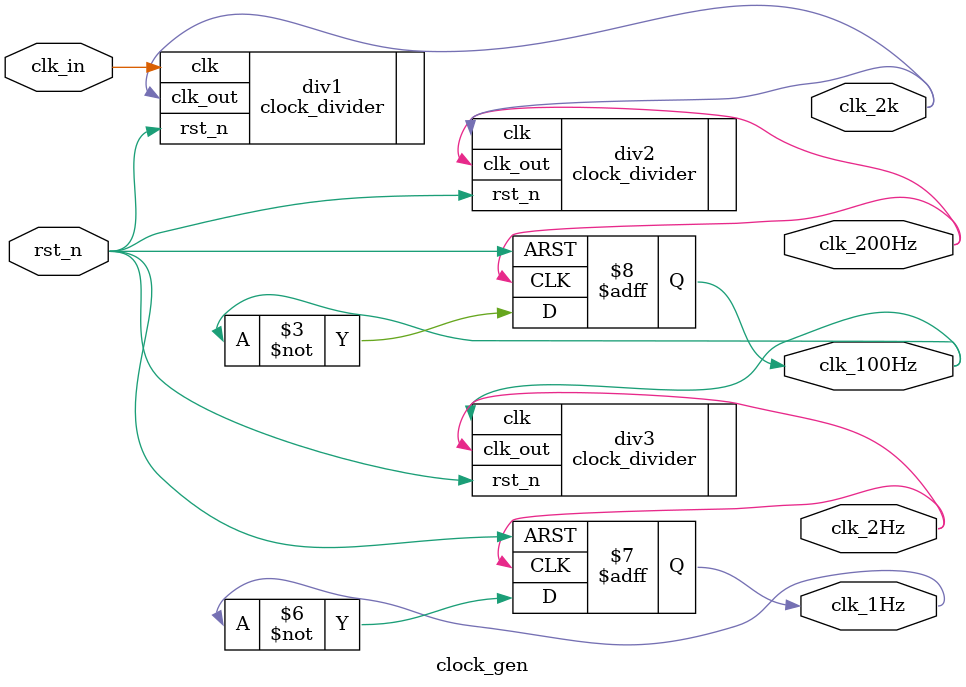
<source format=v>
module clock_gen #(
    parameter IN_FREQ = 1e6
) (
    input clk_in,    // Clock
    input rst_n,  // Asynchronous reset active low
    
    output clk_2k,
    output clk_200Hz,
    output reg clk_100Hz,
    output clk_2Hz,
    output reg clk_1Hz
);

    clock_divider #(
        .DIVISOR(IN_FREQ / 2000)
    )
    div1(
        .clk(clk_in),
        .rst_n(rst_n),
        .clk_out(clk_2k)
    );

    clock_divider #(
        .DIVISOR(10)
    )
    div2(
        .clk(clk_2k),
        .rst_n(rst_n),
        .clk_out(clk_200Hz)
    );

    always @(posedge clk_200Hz or negedge rst_n) begin : proc_clk_100Hz
        if (~rst_n) begin
            clk_100Hz <= 0;
        end else begin
            clk_100Hz <= ~clk_100Hz;
        end
    end

    clock_divider #(
        .DIVISOR(50)
    )
    div3(
        .clk(clk_100Hz),
        .rst_n(rst_n),
        .clk_out(clk_2Hz)
    );

    always @(posedge clk_2Hz or negedge rst_n) begin : proc_clk_1Hz
        if (~rst_n) begin
            clk_1Hz <= 0;
        end else begin
            clk_1Hz <= ~clk_1Hz;
        end
    end
endmodule
</source>
